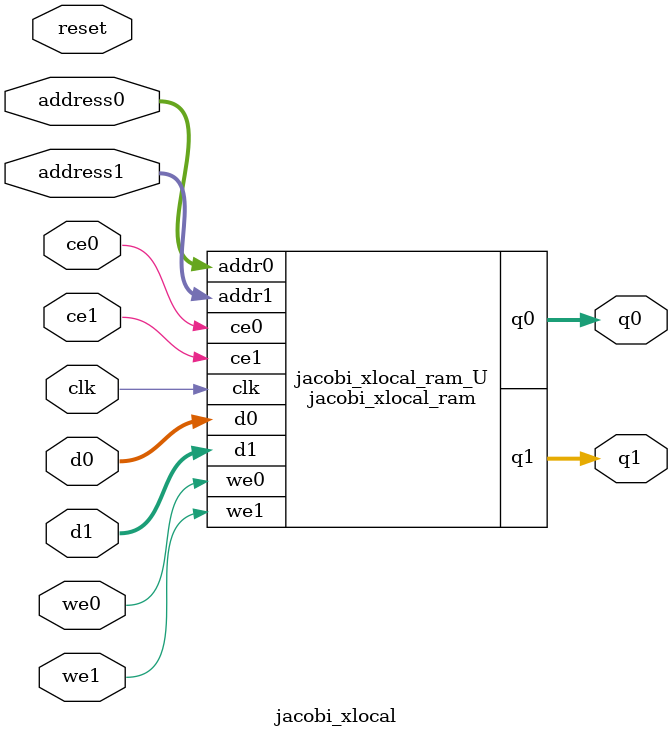
<source format=v>

`timescale 1 ns / 1 ps
module jacobi_xlocal_ram (addr0, ce0, d0, we0, q0, addr1, ce1, d1, we1, q1,  clk);

parameter DWIDTH = 32;
parameter AWIDTH = 7;
parameter MEM_SIZE = 70;

input[AWIDTH-1:0] addr0;
input ce0;
input[DWIDTH-1:0] d0;
input we0;
output reg[DWIDTH-1:0] q0;
input[AWIDTH-1:0] addr1;
input ce1;
input[DWIDTH-1:0] d1;
input we1;
output reg[DWIDTH-1:0] q1;
input clk;

(* ram_style = "block" *)reg [DWIDTH-1:0] ram[0:MEM_SIZE-1];




always @(posedge clk)  
begin 
    if (ce0) 
    begin
        if (we0) 
        begin 
            ram[addr0] <= d0; 
            q0 <= d0;
        end 
        else 
            q0 <= ram[addr0];
    end
end


always @(posedge clk)  
begin 
    if (ce1) 
    begin
        if (we1) 
        begin 
            ram[addr1] <= d1; 
            q1 <= d1;
        end 
        else 
            q1 <= ram[addr1];
    end
end


endmodule


`timescale 1 ns / 1 ps
module jacobi_xlocal(
    reset,
    clk,
    address0,
    ce0,
    we0,
    d0,
    q0,
    address1,
    ce1,
    we1,
    d1,
    q1);

parameter DataWidth = 32'd32;
parameter AddressRange = 32'd70;
parameter AddressWidth = 32'd7;
input reset;
input clk;
input[AddressWidth - 1:0] address0;
input ce0;
input we0;
input[DataWidth - 1:0] d0;
output[DataWidth - 1:0] q0;
input[AddressWidth - 1:0] address1;
input ce1;
input we1;
input[DataWidth - 1:0] d1;
output[DataWidth - 1:0] q1;



jacobi_xlocal_ram jacobi_xlocal_ram_U(
    .clk( clk ),
    .addr0( address0 ),
    .ce0( ce0 ),
    .d0( d0 ),
    .we0( we0 ),
    .q0( q0 ),
    .addr1( address1 ),
    .ce1( ce1 ),
    .d1( d1 ),
    .we1( we1 ),
    .q1( q1 ));

endmodule


</source>
